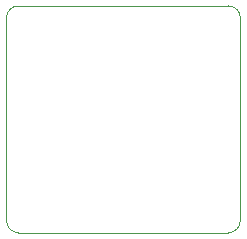
<source format=gbr>
%TF.GenerationSoftware,KiCad,Pcbnew,6.0.7-f9a2dced07~116~ubuntu22.04.1*%
%TF.CreationDate,2022-08-24T23:03:50+02:00*%
%TF.ProjectId,cortex_debug_adapter,636f7274-6578-45f6-9465-6275675f6164,rev?*%
%TF.SameCoordinates,Original*%
%TF.FileFunction,Profile,NP*%
%FSLAX46Y46*%
G04 Gerber Fmt 4.6, Leading zero omitted, Abs format (unit mm)*
G04 Created by KiCad (PCBNEW 6.0.7-f9a2dced07~116~ubuntu22.04.1) date 2022-08-24 23:03:50*
%MOMM*%
%LPD*%
G01*
G04 APERTURE LIST*
%TA.AperFunction,Profile*%
%ADD10C,0.100000*%
%TD*%
G04 APERTURE END LIST*
D10*
X146000000Y-91000000D02*
X163800000Y-91000000D01*
X164800000Y-92000000D02*
X164800000Y-109192893D01*
X163792893Y-110200000D02*
G75*
G03*
X164800000Y-109192893I-7193J1014300D01*
G01*
X164800000Y-92000000D02*
G75*
G03*
X163800000Y-91000000I-1000000J0D01*
G01*
X145000000Y-109200000D02*
X145000000Y-92000000D01*
X144999976Y-109200000D02*
G75*
G03*
X146007107Y-110200000I1014324J14400D01*
G01*
X163792893Y-110200000D02*
X146007107Y-110200000D01*
X146000000Y-91000000D02*
G75*
G03*
X145000000Y-92000000I0J-1000000D01*
G01*
M02*

</source>
